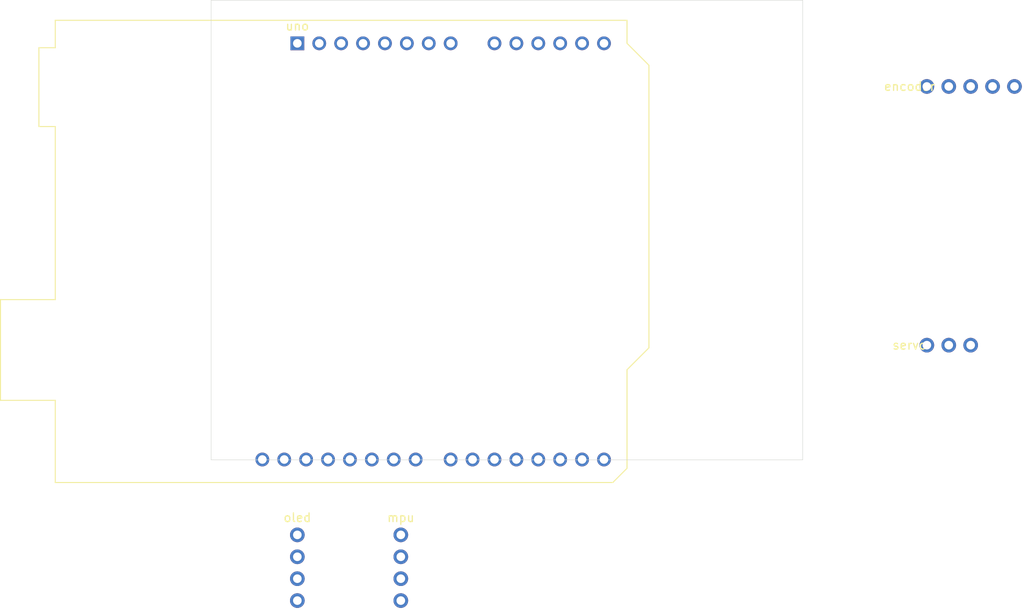
<source format=kicad_pcb>
(kicad_pcb (version 20240108) (generator sparkbench) (generator_version "1.0")
  (layers (0 F.Cu signal) (31 B.Cu signal) (36 B.SilkS user) (37 F.SilkS user) (38 B.Mask user) (39 F.Mask user) (44 Edge.Cuts user))
  (title_block (title "Sparkbench PCB Editor Alpha"))
  (net 0 "")
  (net 1 Net-1)
  (net 2 Net-2)
  (net 3 Net-3)
  (net 4 Net-4)
  (net 5 Net-5)
  (net 6 Net-6)
  (net 7 Net-7)
  (net 8 Net-8)
  (net 9 Net-9)
  (net 10 Net-10)
  (footprint Arduino-Uno-Shield (layer F.Cu) (at 10 5)
    (fp_text reference uno (at 0 -2) (layer F.SilkS))
    (fp_text value Arduino-Uno-Shield)
    (fp_line (start -34.42 29.72) (end -34.42 41.4) (layer F.SilkS) (stroke (width 0.12)))
    (fp_line (start -34.42 41.4) (end -28.07 41.4) (layer F.SilkS) (stroke (width 0.12)))
    (fp_line (start -29.97 0.51) (end -29.97 9.65) (layer F.SilkS) (stroke (width 0.12)))
    (fp_line (start -29.97 9.65) (end -28.07 9.65) (layer F.SilkS) (stroke (width 0.12)))
    (fp_line (start -28.07 -2.67) (end -28.07 0.51) (layer F.SilkS) (stroke (width 0.12)))
    (fp_line (start -28.07 0.51) (end -29.97 0.51) (layer F.SilkS) (stroke (width 0.12)))
    (fp_line (start -28.07 9.65) (end -28.07 29.72) (layer F.SilkS) (stroke (width 0.12)))
    (fp_line (start -28.07 29.72) (end -34.42 29.72) (layer F.SilkS) (stroke (width 0.12)))
    (fp_line (start -28.07 41.4) (end -28.07 50.93) (layer F.SilkS) (stroke (width 0.12)))
    (fp_line (start -28.07 50.93) (end 36.58 50.93) (layer F.SilkS) (stroke (width 0.12)))
    (fp_line (start 36.58 50.93) (end 38.23 49.28) (layer F.SilkS) (stroke (width 0.12)))
    (fp_line (start 38.23 -2.67) (end -28.07 -2.67) (layer F.SilkS) (stroke (width 0.12)))
    (fp_line (start 38.23 0) (end 38.23 -2.67) (layer F.SilkS) (stroke (width 0.12)))
    (fp_line (start 38.23 37.85) (end 40.77 35.31) (layer F.SilkS) (stroke (width 0.12)))
    (fp_line (start 38.23 49.28) (end 38.23 37.85) (layer F.SilkS) (stroke (width 0.12)))
    (fp_line (start 40.77 2.54) (end 38.23 0) (layer F.SilkS) (stroke (width 0.12)))
    (fp_line (start 40.77 35.31) (end 40.77 2.54) (layer F.SilkS) (stroke (width 0.12)))
    (pad uno:0 thru_hole rect (at 0 0) (size 1.6 1.6) (layers F.Cu B.Cu) (drill 1))
    (pad uno:1 thru_hole circle (at 2.54 0) (size 1.6 1.6) (layers F.Cu B.Cu) (drill 1))
    (pad uno:2 thru_hole circle (at 5.08 0) (size 1.6 1.6) (layers F.Cu B.Cu) (drill 1) (net 5 Net-5))
    (pad uno:3 thru_hole circle (at 7.62 0) (size 1.6 1.6) (layers F.Cu B.Cu) (drill 1) (net 6 Net-6))
    (pad uno:4 thru_hole circle (at 10.16 0) (size 1.6 1.6) (layers F.Cu B.Cu) (drill 1) (net 7 Net-7))
    (pad uno:5 thru_hole circle (at 12.7 0) (size 1.6 1.6) (layers F.Cu B.Cu) (drill 1))
    (pad uno:6 thru_hole circle (at 15.24 0) (size 1.6 1.6) (layers F.Cu B.Cu) (drill 1))
    (pad uno:7 thru_hole circle (at 17.78 0) (size 1.6 1.6) (layers F.Cu B.Cu) (drill 1))
    (pad uno:8 thru_hole circle (at 22.86 0) (size 1.6 1.6) (layers F.Cu B.Cu) (drill 1))
    (pad uno:9 thru_hole circle (at 25.4 0) (size 1.6 1.6) (layers F.Cu B.Cu) (drill 1) (net 9 Net-9))
    (pad uno:10 thru_hole circle (at 27.94 0) (size 1.6 1.6) (layers F.Cu B.Cu) (drill 1))
    (pad uno:11 thru_hole circle (at 30.48 0) (size 1.6 1.6) (layers F.Cu B.Cu) (drill 1))
    (pad uno:12 thru_hole circle (at 33.02 0) (size 1.6 1.6) (layers F.Cu B.Cu) (drill 1))
    (pad uno:13 thru_hole circle (at 35.56 0) (size 1.6 1.6) (layers F.Cu B.Cu) (drill 1))
    (pad uno:A0 thru_hole circle (at 35.56 48.26) (size 1.6 1.6) (layers F.Cu B.Cu) (drill 1))
    (pad uno:A1 thru_hole circle (at 33.02 48.26) (size 1.6 1.6) (layers F.Cu B.Cu) (drill 1))
    (pad uno:A2 thru_hole circle (at 30.48 48.26) (size 1.6 1.6) (layers F.Cu B.Cu) (drill 1))
    (pad uno:A3 thru_hole circle (at 27.94 48.26) (size 1.6 1.6) (layers F.Cu B.Cu) (drill 1))
    (pad uno:A4 thru_hole circle (at 25.4 48.26) (size 1.6 1.6) (layers F.Cu B.Cu) (drill 1) (net 1 Net-1))
    (pad uno:A5 thru_hole circle (at 22.86 48.26) (size 1.6 1.6) (layers F.Cu B.Cu) (drill 1) (net 2 Net-2))
    (pad uno:GND.1 thru_hole circle (at 20.32 48.26) (size 1.6 1.6) (layers F.Cu B.Cu) (drill 1) (net 8 Net-8))
    (pad uno:AREF thru_hole circle (at 17.78 48.26) (size 1.6 1.6) (layers F.Cu B.Cu) (drill 1))
    (pad uno:VIN thru_hole circle (at 13.72 48.26) (size 1.6 1.6) (layers F.Cu B.Cu) (drill 1))
    (pad uno:GND.2 thru_hole circle (at 11.18 48.26) (size 1.6 1.6) (layers F.Cu B.Cu) (drill 1) (net 4 Net-4))
    (pad uno:GND.3 thru_hole circle (at 8.64 48.26) (size 1.6 1.6) (layers F.Cu B.Cu) (drill 1) (net 10 Net-10))
    (pad uno:5V thru_hole circle (at 6.1 48.26) (size 1.6 1.6) (layers F.Cu B.Cu) (drill 1) (net 3 Net-3))
    (pad uno:3.3V thru_hole circle (at 3.56 48.26) (size 1.6 1.6) (layers F.Cu B.Cu) (drill 1))
    (pad uno:RESET thru_hole circle (at 1.02 48.26) (size 1.6 1.6) (layers F.Cu B.Cu) (drill 1))
    (pad uno:IOREF thru_hole circle (at -1.52 48.26) (size 1.6 1.6) (layers F.Cu B.Cu) (drill 1))
    (pad uno:NC thru_hole circle (at -4.06 48.26) (size 1.6 1.6) (layers F.Cu B.Cu) (drill 1))
  )
  (footprint Header-1x04 (layer F.Cu) (at 10 62)
    (fp_text reference oled (at 0 -2) (layer F.SilkS))
    (fp_text value "SSD1306 OLED")
    (pad oled:1 thru_hole circle (at 0 0) (size 1.7 1.7) (layers F.Cu B.Cu) (drill 1))
    (pad oled:2 thru_hole circle (at 0 2.54) (size 1.7 1.7) (layers F.Cu B.Cu) (drill 1))
    (pad oled:3 thru_hole circle (at 0 5.08) (size 1.7 1.7) (layers F.Cu B.Cu) (drill 1))
    (pad oled:4 thru_hole circle (at 0 7.62) (size 1.7 1.7) (layers F.Cu B.Cu) (drill 1))
  )
  (footprint Header-1x05 (layer F.Cu) (at 83 10 90)
    (fp_text reference encoder (at 0 -2) (layer F.SilkS))
    (fp_text value "KY-040 Encoder")
    (pad encoder:1 thru_hole circle (at 0 0) (size 1.7 1.7) (layers F.Cu B.Cu) (drill 1))
    (pad encoder:2 thru_hole circle (at 0 2.54) (size 1.7 1.7) (layers F.Cu B.Cu) (drill 1))
    (pad encoder:3 thru_hole circle (at 0 5.08) (size 1.7 1.7) (layers F.Cu B.Cu) (drill 1))
    (pad encoder:4 thru_hole circle (at 0 7.62) (size 1.7 1.7) (layers F.Cu B.Cu) (drill 1))
    (pad encoder:5 thru_hole circle (at 0 10.16) (size 1.7 1.7) (layers F.Cu B.Cu) (drill 1))
  )
  (footprint Header-1x03 (layer F.Cu) (at 83 40 90)
    (fp_text reference servo (at 0 -2) (layer F.SilkS))
    (fp_text value Servo)
    (pad servo:1 thru_hole circle (at 0 0) (size 1.7 1.7) (layers F.Cu B.Cu) (drill 1))
    (pad servo:2 thru_hole circle (at 0 2.54) (size 1.7 1.7) (layers F.Cu B.Cu) (drill 1))
    (pad servo:3 thru_hole circle (at 0 5.08) (size 1.7 1.7) (layers F.Cu B.Cu) (drill 1))
  )
  (footprint Header-1x04 (layer F.Cu) (at 22 62)
    (fp_text reference mpu (at 0 -2) (layer F.SilkS))
    (fp_text value MPU6050)
    (pad mpu:1 thru_hole circle (at 0 0) (size 1.7 1.7) (layers F.Cu B.Cu) (drill 1))
    (pad mpu:2 thru_hole circle (at 0 2.54) (size 1.7 1.7) (layers F.Cu B.Cu) (drill 1))
    (pad mpu:3 thru_hole circle (at 0 5.08) (size 1.7 1.7) (layers F.Cu B.Cu) (drill 1))
    (pad mpu:4 thru_hole circle (at 0 7.62) (size 1.7 1.7) (layers F.Cu B.Cu) (drill 1))
  )
  (gr_line (start 0 0) (end 68.6 0) (layer Edge.Cuts) (stroke (width 0.05)))
  (gr_line (start 68.6 0) (end 68.6 53.3) (layer Edge.Cuts) (stroke (width 0.05)))
  (gr_line (start 68.6 53.3) (end 0 53.3) (layer Edge.Cuts) (stroke (width 0.05)))
  (gr_line (start 0 53.3) (end 0 0) (layer Edge.Cuts) (stroke (width 0.05)))
)
</source>
